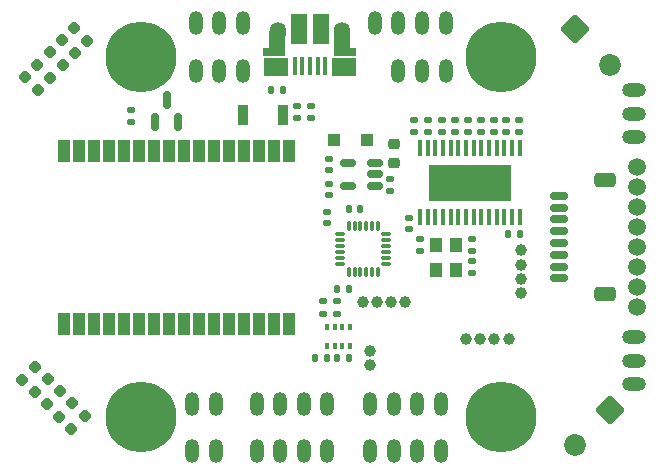
<source format=gts>
%TF.GenerationSoftware,KiCad,Pcbnew,(6.0.0-0)*%
%TF.CreationDate,2022-01-25T22:05:01-05:00*%
%TF.ProjectId,Autodrone_V2,4175746f-6472-46f6-9e65-5f56322e6b69,rev?*%
%TF.SameCoordinates,Original*%
%TF.FileFunction,Soldermask,Top*%
%TF.FilePolarity,Negative*%
%FSLAX46Y46*%
G04 Gerber Fmt 4.6, Leading zero omitted, Abs format (unit mm)*
G04 Created by KiCad (PCBNEW (6.0.0-0)) date 2022-01-25 22:05:01*
%MOMM*%
%LPD*%
G01*
G04 APERTURE LIST*
G04 Aperture macros list*
%AMRoundRect*
0 Rectangle with rounded corners*
0 $1 Rounding radius*
0 $2 $3 $4 $5 $6 $7 $8 $9 X,Y pos of 4 corners*
0 Add a 4 corners polygon primitive as box body*
4,1,4,$2,$3,$4,$5,$6,$7,$8,$9,$2,$3,0*
0 Add four circle primitives for the rounded corners*
1,1,$1+$1,$2,$3*
1,1,$1+$1,$4,$5*
1,1,$1+$1,$6,$7*
1,1,$1+$1,$8,$9*
0 Add four rect primitives between the rounded corners*
20,1,$1+$1,$2,$3,$4,$5,0*
20,1,$1+$1,$4,$5,$6,$7,0*
20,1,$1+$1,$6,$7,$8,$9,0*
20,1,$1+$1,$8,$9,$2,$3,0*%
G04 Aperture macros list end*
%ADD10RoundRect,0.140000X-0.170000X0.140000X-0.170000X-0.140000X0.170000X-0.140000X0.170000X0.140000X0*%
%ADD11R,1.100000X1.100000*%
%ADD12O,1.200000X2.000000*%
%ADD13RoundRect,0.150000X0.150000X-0.587500X0.150000X0.587500X-0.150000X0.587500X-0.150000X-0.587500X0*%
%ADD14RoundRect,0.135000X0.185000X-0.135000X0.185000X0.135000X-0.185000X0.135000X-0.185000X-0.135000X0*%
%ADD15RoundRect,0.135000X0.135000X0.185000X-0.135000X0.185000X-0.135000X-0.185000X0.135000X-0.185000X0*%
%ADD16R,0.900000X1.700000*%
%ADD17RoundRect,0.140000X0.140000X0.170000X-0.140000X0.170000X-0.140000X-0.170000X0.140000X-0.170000X0*%
%ADD18RoundRect,0.135000X-0.185000X0.135000X-0.185000X-0.135000X0.185000X-0.135000X0.185000X0.135000X0*%
%ADD19R,0.400000X1.650000*%
%ADD20R,2.000000X1.500000*%
%ADD21R,1.825000X0.700000*%
%ADD22O,1.100000X1.500000*%
%ADD23R,1.350000X2.000000*%
%ADD24O,1.350000X1.700000*%
%ADD25R,1.430000X2.500000*%
%ADD26RoundRect,0.140000X0.170000X-0.140000X0.170000X0.140000X-0.170000X0.140000X-0.170000X-0.140000X0*%
%ADD27RoundRect,0.150000X0.625000X-0.150000X0.625000X0.150000X-0.625000X0.150000X-0.625000X-0.150000X0*%
%ADD28RoundRect,0.250000X0.650000X-0.350000X0.650000X0.350000X-0.650000X0.350000X-0.650000X-0.350000X0*%
%ADD29R,1.100000X1.300000*%
%ADD30C,6.000000*%
%ADD31R,0.350000X0.500000*%
%ADD32RoundRect,0.218750X0.026517X-0.335876X0.335876X-0.026517X-0.026517X0.335876X-0.335876X0.026517X0*%
%ADD33C,1.500000*%
%ADD34RoundRect,0.250000X0.000000X0.954594X-0.954594X0.000000X0.000000X-0.954594X0.954594X0.000000X0*%
%ADD35C,1.850000*%
%ADD36O,2.000000X1.200000*%
%ADD37RoundRect,0.218750X-0.335876X-0.026517X-0.026517X-0.335876X0.335876X0.026517X0.026517X0.335876X0*%
%ADD38RoundRect,0.250000X-0.954594X0.000000X0.000000X-0.954594X0.954594X0.000000X0.000000X0.954594X0*%
%ADD39RoundRect,0.075000X0.350000X0.075000X-0.350000X0.075000X-0.350000X-0.075000X0.350000X-0.075000X0*%
%ADD40RoundRect,0.075000X-0.075000X0.350000X-0.075000X-0.350000X0.075000X-0.350000X0.075000X0.350000X0*%
%ADD41RoundRect,0.150000X0.512500X0.150000X-0.512500X0.150000X-0.512500X-0.150000X0.512500X-0.150000X0*%
%ADD42R,0.355600X1.358900*%
%ADD43R,6.908800X3.098800*%
%ADD44RoundRect,0.218750X0.256250X-0.218750X0.256250X0.218750X-0.256250X0.218750X-0.256250X-0.218750X0*%
%ADD45C,1.000000*%
%ADD46R,1.070100X1.899920*%
G04 APERTURE END LIST*
D10*
%TO.C,C38*%
X102490000Y-86700000D03*
X102490000Y-87660000D03*
%TD*%
%TO.C,C39*%
X97250000Y-84960000D03*
X97250000Y-85920000D03*
%TD*%
D11*
%TO.C,D14*%
X100510000Y-83390000D03*
X97710000Y-83390000D03*
%TD*%
D12*
%TO.C,J8*%
X100750000Y-109700000D03*
X102750000Y-109700000D03*
X104750000Y-109700000D03*
X106750000Y-109700000D03*
%TD*%
%TO.C,J13*%
X89990000Y-77500000D03*
X87990000Y-77500000D03*
X85990000Y-77500000D03*
%TD*%
%TO.C,J16*%
X89994999Y-73500000D03*
X87994999Y-73500000D03*
X85994999Y-73500000D03*
%TD*%
%TO.C,J17*%
X85710000Y-109700000D03*
X87710000Y-109700000D03*
%TD*%
%TO.C,J2*%
X91150000Y-109700000D03*
X93150000Y-109700000D03*
X95150000Y-109700000D03*
X97150000Y-109700000D03*
%TD*%
D13*
%TO.C,Q1*%
X82580000Y-81837500D03*
X84480000Y-81837500D03*
X83530000Y-79962500D03*
%TD*%
D14*
%TO.C,R9*%
X80540000Y-81850000D03*
X80540000Y-80830000D03*
%TD*%
D15*
%TO.C,R5*%
X93420000Y-79180000D03*
X92400000Y-79180000D03*
%TD*%
D16*
%TO.C,SW1*%
X90020000Y-81300000D03*
X93420000Y-81300000D03*
%TD*%
D12*
%TO.C,J11*%
X85710000Y-105700000D03*
X87710000Y-105700000D03*
%TD*%
D17*
%TO.C,C1*%
X97090000Y-101810000D03*
X96130000Y-101810000D03*
%TD*%
%TO.C,C2*%
X98950000Y-101810000D03*
X97990000Y-101810000D03*
%TD*%
D14*
%TO.C,R2*%
X96770000Y-98070000D03*
X96770000Y-97050000D03*
%TD*%
D18*
%TO.C,R12*%
X95770000Y-80510000D03*
X95770000Y-81530000D03*
%TD*%
%TO.C,R13*%
X94590000Y-80510000D03*
X94590000Y-81530000D03*
%TD*%
D19*
%TO.C,J5*%
X96970000Y-77100000D03*
X96320000Y-77100000D03*
X95670000Y-77100000D03*
X95020000Y-77100000D03*
X94370000Y-77100000D03*
D20*
X92770000Y-77220000D03*
D21*
X92670000Y-75900000D03*
D22*
X98090000Y-77220000D03*
D23*
X92920000Y-75150000D03*
D20*
X98520000Y-77200000D03*
D23*
X98400000Y-75150000D03*
D21*
X98620000Y-75900000D03*
D24*
X98400000Y-74220000D03*
D25*
X96630000Y-73950000D03*
D24*
X92940000Y-74220000D03*
D22*
X93250000Y-77220000D03*
D25*
X94710000Y-73950000D03*
%TD*%
D26*
%TO.C,C40*%
X97250000Y-88030000D03*
X97250000Y-87070000D03*
%TD*%
D27*
%TO.C,J6*%
X116800000Y-95100000D03*
D28*
X120675000Y-96400000D03*
X120675000Y-86800000D03*
D27*
X116800000Y-94100000D03*
X116800000Y-93100000D03*
X116800000Y-92100000D03*
X116800000Y-91100000D03*
X116800000Y-90100000D03*
X116800000Y-89100000D03*
X116800000Y-88100000D03*
%TD*%
D10*
%TO.C,C17*%
X105680000Y-81720000D03*
X105680000Y-82680000D03*
%TD*%
%TO.C,C18*%
X106870000Y-81720000D03*
X106870000Y-82680000D03*
%TD*%
%TO.C,C16*%
X109050000Y-81720000D03*
X109050000Y-82680000D03*
%TD*%
D26*
%TO.C,C19*%
X104080000Y-90900000D03*
X104080000Y-89940000D03*
%TD*%
%TO.C,C20*%
X107960000Y-82680000D03*
X107960000Y-81720000D03*
%TD*%
%TO.C,C21*%
X111220000Y-82680000D03*
X111220000Y-81720000D03*
%TD*%
%TO.C,C22*%
X105020000Y-92760000D03*
X105020000Y-91800000D03*
%TD*%
%TO.C,C23*%
X109360000Y-94620000D03*
X109360000Y-93660000D03*
%TD*%
D18*
%TO.C,R22*%
X112310000Y-81690000D03*
X112310000Y-82710000D03*
%TD*%
%TO.C,R23*%
X113400000Y-81690000D03*
X113400000Y-82710000D03*
%TD*%
D15*
%TO.C,R24*%
X113445000Y-91320000D03*
X112425000Y-91320000D03*
%TD*%
D14*
%TO.C,R25*%
X110140000Y-82710000D03*
X110140000Y-81690000D03*
%TD*%
D18*
%TO.C,R27*%
X109360000Y-91770000D03*
X109360000Y-92790000D03*
%TD*%
D29*
%TO.C,Y2*%
X106365000Y-92300000D03*
X106365000Y-94400000D03*
X108015000Y-94400000D03*
X108015000Y-92300000D03*
%TD*%
D30*
%TO.C,H3*%
X111850000Y-76350000D03*
%TD*%
%TO.C,H4*%
X81350000Y-106850000D03*
%TD*%
%TO.C,H1*%
X81350000Y-76350000D03*
%TD*%
D12*
%TO.C,J9*%
X91150000Y-105700000D03*
X93150000Y-105700000D03*
X95150000Y-105700000D03*
X97150000Y-105700000D03*
%TD*%
%TO.C,J10*%
X107170000Y-73500000D03*
X105170000Y-73500000D03*
X103170000Y-73500000D03*
X101170000Y-73500000D03*
%TD*%
%TO.C,J4*%
X107170000Y-77500000D03*
X105170000Y-77500000D03*
X103170000Y-77500000D03*
%TD*%
D31*
%TO.C,U1*%
X97125000Y-99240000D03*
X97775000Y-99240000D03*
X98425000Y-99240000D03*
X99075000Y-99240000D03*
X99075000Y-100840000D03*
X98425000Y-100840000D03*
X97775000Y-100840000D03*
X97125000Y-100840000D03*
%TD*%
D30*
%TO.C,H2*%
X111850000Y-106850000D03*
%TD*%
D12*
%TO.C,J3*%
X100750000Y-105700000D03*
X102750000Y-105700000D03*
X104750000Y-105700000D03*
X106750000Y-105700000D03*
%TD*%
D32*
%TO.C,D4*%
X74436915Y-106797076D03*
X75550609Y-105683382D03*
%TD*%
%TO.C,D8*%
X72358021Y-104718182D03*
X73471715Y-103604488D03*
%TD*%
%TO.C,D10*%
X71318574Y-103678735D03*
X72432268Y-102565041D03*
%TD*%
%TO.C,D2*%
X75476362Y-107836523D03*
X76590056Y-106722829D03*
%TD*%
D14*
%TO.C,R1*%
X97960000Y-98070000D03*
X97960000Y-97050000D03*
%TD*%
D33*
%TO.C,J7*%
X123330000Y-97550000D03*
X123330000Y-95850000D03*
X123330000Y-94150000D03*
X123330000Y-92450000D03*
X123330000Y-90750000D03*
X123330000Y-89050000D03*
X123330000Y-87350000D03*
X123330000Y-85650000D03*
%TD*%
D14*
%TO.C,R26*%
X104490000Y-82710000D03*
X104490000Y-81690000D03*
%TD*%
D34*
%TO.C,J15*%
X121084924Y-106220000D03*
D35*
X118115076Y-109189848D03*
%TD*%
D36*
%TO.C,J14*%
X123080000Y-83150000D03*
X123080000Y-81150000D03*
X123080000Y-79150000D03*
%TD*%
%TO.C,J18*%
X123080000Y-104050000D03*
X123080000Y-102050000D03*
X123080000Y-100050000D03*
%TD*%
D37*
%TO.C,D1*%
X75686169Y-73889150D03*
X76799863Y-75002844D03*
%TD*%
%TO.C,D3*%
X74653793Y-74921526D03*
X75767487Y-76035220D03*
%TD*%
%TO.C,D5*%
X73621417Y-75953902D03*
X74735111Y-77067596D03*
%TD*%
%TO.C,D7*%
X72589041Y-76986278D03*
X73702735Y-78099972D03*
%TD*%
D38*
%TO.C,J12*%
X118115076Y-74015076D03*
D35*
X121084924Y-76984924D03*
%TD*%
D39*
%TO.C,U3*%
X102150000Y-93850000D03*
X102150000Y-93350000D03*
X102150000Y-92850000D03*
X102150000Y-92350000D03*
X102150000Y-91850000D03*
X102150000Y-91350000D03*
D40*
X101450000Y-90650000D03*
X100950000Y-90650000D03*
X100450000Y-90650000D03*
X99950000Y-90650000D03*
X99450000Y-90650000D03*
X98950000Y-90650000D03*
D39*
X98250000Y-91350000D03*
X98250000Y-91850000D03*
X98250000Y-92350000D03*
X98250000Y-92850000D03*
X98250000Y-93350000D03*
X98250000Y-93850000D03*
D40*
X98950000Y-94550000D03*
X99450000Y-94550000D03*
X99950000Y-94550000D03*
X100450000Y-94550000D03*
X100950000Y-94550000D03*
X101450000Y-94550000D03*
%TD*%
D41*
%TO.C,U9*%
X101147500Y-87230000D03*
X101147500Y-86280000D03*
X101147500Y-85330000D03*
X98872500Y-85330000D03*
X98872500Y-87230000D03*
%TD*%
D26*
%TO.C,C3*%
X97080000Y-90430000D03*
X97080000Y-89470000D03*
%TD*%
D32*
%TO.C,D6*%
X73397468Y-105757629D03*
X74511162Y-104643935D03*
%TD*%
D17*
%TO.C,C4*%
X98960000Y-95970000D03*
X98000000Y-95970000D03*
%TD*%
D42*
%TO.C,U5*%
X104985000Y-89917350D03*
X105635001Y-89917350D03*
X106285000Y-89917350D03*
X106935001Y-89917350D03*
X107584999Y-89917350D03*
X108235001Y-89917350D03*
X108884999Y-89917350D03*
X109534998Y-89917350D03*
X110184999Y-89917350D03*
X110834998Y-89917350D03*
X111484999Y-89917350D03*
X112134998Y-89917350D03*
X112784999Y-89917350D03*
X113434998Y-89917350D03*
X113435000Y-84062650D03*
X112784999Y-84062650D03*
X112135000Y-84062650D03*
X111484999Y-84062650D03*
X110835001Y-84062650D03*
X110184999Y-84062650D03*
X109535001Y-84062650D03*
X108884999Y-84062650D03*
X108235001Y-84062650D03*
X107584999Y-84062650D03*
X106935001Y-84062650D03*
X106285000Y-84062650D03*
X105635001Y-84062650D03*
X104985000Y-84062650D03*
D43*
X109210000Y-86990000D03*
%TD*%
D44*
%TO.C,FB3*%
X102750000Y-85307500D03*
X102750000Y-83732500D03*
%TD*%
D45*
%TO.C,J20*%
X108890000Y-100200000D03*
X110090000Y-100200000D03*
X111290000Y-100200000D03*
X112490000Y-100200000D03*
%TD*%
%TO.C,J1*%
X100720000Y-101220000D03*
X100720000Y-102420000D03*
%TD*%
%TO.C,J19*%
X100150000Y-97090000D03*
X101350000Y-97090000D03*
X102550000Y-97090000D03*
X103750000Y-97090000D03*
%TD*%
D17*
%TO.C,C5*%
X99950000Y-89230000D03*
X98990000Y-89230000D03*
%TD*%
D45*
%TO.C,J21*%
X113510000Y-92720000D03*
X113510000Y-93920000D03*
X113510000Y-95120000D03*
X113510000Y-96320000D03*
%TD*%
D46*
%TO.C,U2*%
X74826000Y-98920030D03*
X76096000Y-98920030D03*
X77366000Y-98920030D03*
X78636000Y-98920030D03*
X79906000Y-98920030D03*
X81176000Y-98920030D03*
X82446000Y-98920030D03*
X83716000Y-98920030D03*
X84986000Y-98920030D03*
X86256000Y-98920030D03*
X87526000Y-98920030D03*
X88796000Y-98920030D03*
X90066000Y-98920030D03*
X91336000Y-98920030D03*
X92606000Y-98920030D03*
X93876000Y-98920030D03*
X93876000Y-84279970D03*
X92606000Y-84279970D03*
X91336000Y-84279970D03*
X90066000Y-84279970D03*
X88796000Y-84279970D03*
X87526000Y-84279970D03*
X86256000Y-84279970D03*
X84986000Y-84279970D03*
X83716000Y-84279970D03*
X82446000Y-84279970D03*
X81176000Y-84279970D03*
X79906000Y-84279970D03*
X78636000Y-84279970D03*
X77366000Y-84279970D03*
X76096000Y-84279970D03*
X74826000Y-84279970D03*
%TD*%
D37*
%TO.C,D9*%
X71552753Y-78017153D03*
X72666447Y-79130847D03*
%TD*%
M02*

</source>
